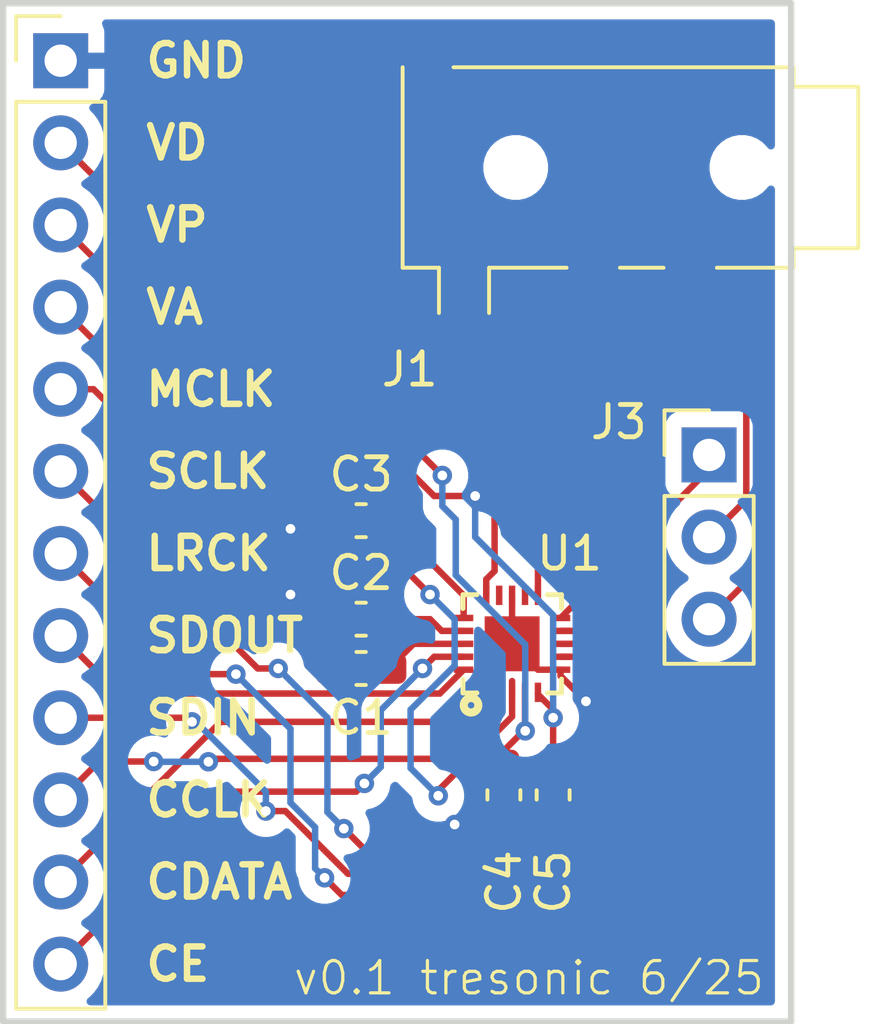
<source format=kicad_pcb>
(kicad_pcb (version 20241229) (generator "pcbnew") (generator_version "9.0")
  (layers (0 "F.Cu" signal) (2 "B.Cu" signal) (13 "F.Paste" user) (15 "B.Paste" user) (5 "F.SilkS" user "F.Silkscreen") (7 "B.SilkS" user "B.Silkscreen") (1 "F.Mask" user) (3 "B.Mask" user) (25 "Edge.Cuts" user))
  (net 0 "")
  (net 1 "Net-(U1-VMID)")
  (net 2 "GND")
  (net 3 "Net-(U1-VRP)")
  (net 4 "VP")
  (net 5 "VD")
  (net 6 "VA")
  (net 7 "/HPCOM")
  (net 8 "/Right")
  (net 9 "/Left")
  (net 11 "/CE")
  (net 12 "/CDATA")
  (net 13 "/SDIN")
  (net 14 "/MCLK")
  (net 15 "/SCLK")
  (net 16 "/SDOUT")
  (net 17 "/LRCK")
  (net 18 "/CCLK")
  (footprint "Capacitor_SMD:C_0603_1608Metric_Pad1.08x0.95mm_HandSolder" (layer "F.Cu") (at 34.4225 41.992)
    (property "Reference" "C2" (at 0 -1.43 0) (layer "F.SilkS"))
    (property "Value" "1u" (hide yes))
    (fp_line (start -0.146267 -0.51) (end 0.146267 -0.51) (stroke (width 0.12)) (layer "F.SilkS"))
    (fp_line (start -0.146267 0.51) (end 0.146267 0.51) (stroke (width 0.12)) (layer "F.SilkS"))
    (pad "1" smd roundrect (at -0.8625 0) (size 1.075 0.95) (layers "F.Cu" "F.Mask" "F.Paste") (net 2 "GND"))
    (pad "2" smd roundrect (at 0.8625 0) (size 1.075 0.95) (layers "F.Cu" "F.Mask" "F.Paste") (net 3 "Net-(U1-VRP)"))
  )
  (footprint "Capacitor_SMD:C_0603_1608Metric_Pad1.08x0.95mm_HandSolder" (layer "F.Cu") (at 40.365 47.4265 -90)
    (property "Reference" "C5" (at 2.6935 0 90) (layer "F.SilkS"))
    (property "Value" "100n")
    (fp_line (start -0.146267 0.51) (end 0.146267 0.51) (stroke (width 0.12)) (layer "F.SilkS"))
    (fp_line (start -0.146267 -0.51) (end 0.146267 -0.51) (stroke (width 0.12)) (layer "F.SilkS"))
    (pad "1" smd roundrect (at -0.8625 0 270) (size 1.075 0.95) (layers "F.Cu" "F.Mask" "F.Paste") (net 4 "VP"))
    (pad "2" smd roundrect (at 0.8625 0 270) (size 1.075 0.95) (layers "F.Cu" "F.Mask" "F.Paste") (net 2 "GND"))
  )
  (footprint "Connector_Audio:Jack_3.5mm_PJ320D_Horizontal" (layer "F.Cu") (at 41.432 28.022 180)
    (property "Reference" "J1" (at 5.505 -6.245 0) (layer "F.SilkS"))
    (property "Value" "Headphones")
    (fp_line (start 5.725 3.1) (end 5.725 -3.1) (stroke (width 0.12)) (layer "F.SilkS"))
    (fp_line (start 4.6 -3.1) (end 5.725 -3.1) (stroke (width 0.12)) (layer "F.SilkS"))
    (fp_line (start 4.6 -3.1) (end 4.6 -4.5) (stroke (width 0.12)) (layer "F.SilkS"))
    (fp_line (start 4.15 3.1) (end -6.375 3.1) (stroke (width 0.12)) (layer "F.SilkS"))
    (fp_line (start 3.05 -3.1) (end 3.05 -4.5) (stroke (width 0.12)) (layer "F.SilkS"))
    (fp_line (start 0.65 -3.1) (end 3.05 -3.1) (stroke (width 0.12)) (layer "F.SilkS"))
    (fp_line (start -2.35 -3.1) (end -1 -3.1) (stroke (width 0.12)) (layer "F.SilkS"))
    (fp_line (start -6.375 2.5) (end -6.375 3.1) (stroke (width 0.12)) (layer "F.SilkS"))
    (fp_line (start -6.375 2.5) (end -8.375 2.5) (stroke (width 0.12)) (layer "F.SilkS"))
    (fp_line (start -6.375 -2.5) (end -8.375 -2.5) (stroke (width 0.12)) (layer "F.SilkS"))
    (fp_line (start -6.375 -3.1) (end -4 -3.1) (stroke (width 0.12)) (layer "F.SilkS"))
    (fp_line (start -6.375 -3.1) (end -6.375 -2.5) (stroke (width 0.12)) (layer "F.SilkS"))
    (fp_line (start -8.375 -2.5) (end -8.375 2.5) (stroke (width 0.12)) (layer "F.SilkS"))
    (pad "" np_thru_hole circle (at -4.775 0 180) (size 1.5 1.5) (drill 1.5) (layers "*.Cu" "*.Mask"))
    (pad "" np_thru_hole circle (at 2.225 0 180) (size 1.5 1.5) (drill 1.5) (layers "*.Cu" "*.Mask"))
    (pad "R1" smd rect (at -0.175 -3.25 180) (size 1.2 2.5) (layers "F.Cu" "F.Mask" "F.Paste") (net 8 "/Right"))
    (pad "R2" smd rect (at -3.175 -3.25 180) (size 1.2 2.5) (layers "F.Cu" "F.Mask" "F.Paste") (net 7 "/HPCOM"))
    (pad "S" smd rect (at 4.925 3.25 180) (size 1.2 2.5) (layers "F.Cu" "F.Mask" "F.Paste"))
    (pad "T" smd rect (at 3.825 -3.25 180) (size 1.2 2.5) (layers "F.Cu" "F.Mask" "F.Paste") (net 9 "/Left"))
  )
  (footprint "Capacitor_SMD:C_0603_1608Metric_Pad1.08x0.95mm_HandSolder" (layer "F.Cu") (at 34.4225 43.516)
    (property "Reference" "C1" (at 0 1.524 0) (layer "F.SilkS"))
    (property "Value" "1u" (hide yes))
    (fp_line (start -0.146267 -0.51) (end 0.146267 -0.51) (stroke (width 0.12)) (layer "F.SilkS"))
    (fp_line (start -0.146267 0.51) (end 0.146267 0.51) (stroke (width 0.12)) (layer "F.SilkS"))
    (pad "1" smd roundrect (at -0.8625 0) (size 1.075 0.95) (layers "F.Cu" "F.Mask" "F.Paste") (net 2 "GND"))
    (pad "2" smd roundrect (at 0.8625 0) (size 1.075 0.95) (layers "F.Cu" "F.Mask" "F.Paste") (net 1 "Net-(U1-VMID)"))
  )
  (footprint "lcsc:QFN-20_L3.0-W3.0-P0.40-TL-EP1.7" (layer "F.Cu") (at 39.095 42.754 90)
    (property "Reference" "U1" (at 2.794 1.778 180) (layer "F.SilkS"))
    (property "Value" "ES8156")
    (fp_line (start 1.52 -1.52) (end 1.52 -1.09) (stroke (width 0.15)) (layer "F.SilkS"))
    (fp_line (start 1.09 -1.52) (end 1.52 -1.52) (stroke (width 0.15)) (layer "F.SilkS"))
    (fp_line (start -1.52 -1.52) (end -1.09 -1.52) (stroke (width 0.15)) (layer "F.SilkS"))
    (fp_line (start -1.52 -1.09) (end -1.52 -1.52) (stroke (width 0.15)) (layer "F.SilkS"))
    (fp_line (start -1.52 -1.09) (end -1.52 -1.14) (stroke (width 0.15)) (layer "F.SilkS"))
    (fp_line (start 1.52 1.09) (end 1.52 1.53) (stroke (width 0.15)) (layer "F.SilkS"))
    (fp_line (start 1.52 1.53) (end 1.09 1.53) (stroke (width 0.15)) (layer "F.SilkS"))
    (fp_line (start -1.09 1.53) (end -1.52 1.53) (stroke (width 0.15)) (layer "F.SilkS"))
    (fp_line (start -1.52 1.53) (end -1.52 1.09) (stroke (width 0.15)) (layer "F.SilkS"))
    (fp_circle (center -1.9 -1.27) (end -1.8 -1.27) (stroke (width 0.25)) (fill no) (layer "F.SilkS"))
    (pad "1" smd rect (at -1.5 -0.8 90) (size 0.6 0.2) (layers "F.Cu" "F.Mask" "F.Paste") (net 12 "/CDATA"))
    (pad "2" smd rect (at -1.5 -0.4 90) (size 0.6 0.2) (layers "F.Cu" "F.Mask" "F.Paste") (net 18 "/CCLK"))
    (pad "3" smd rect (at -1.5 0 90) (size 0.6 0.2) (layers "F.Cu" "F.Mask" "F.Paste") (net 14 "/MCLK"))
    (pad "4" smd rect (at -1.5 0.4 90) (size 0.6 0.2) (layers "F.Cu" "F.Mask" "F.Paste") (net 5 "VD"))
    (pad "5" smd rect (at -1.5 0.8 90) (size 0.6 0.2) (layers "F.Cu" "F.Mask" "F.Paste") (net 4 "VP"))
    (pad "6" smd rect (at -0.8 1.5 90) (size 0.2 0.6) (layers "F.Cu" "F.Mask" "F.Paste") (net 2 "GND"))
    (pad "7" smd rect (at -0.4 1.5 90) (size 0.2 0.6) (layers "F.Cu" "F.Mask" "F.Paste") (net 15 "/SCLK"))
    (pad "8" smd rect (at 0 1.5 90) (size 0.2 0.6) (layers "F.Cu" "F.Mask" "F.Paste") (net 13 "/SDIN"))
    (pad "9" smd rect (at 0.4 1.5 90) (size 0.2 0.6) (layers "F.Cu" "F.Mask" "F.Paste") (net 17 "/LRCK"))
    (pad "10" smd rect (at 0.8 1.5 90) (size 0.2 0.6) (layers "F.Cu" "F.Mask" "F.Paste") (net 7 "/HPCOM"))
    (pad "11" smd rect (at 1.5 0.8 90) (size 0.6 0.2) (layers "F.Cu" "F.Mask" "F.Paste") (net 8 "/Right"))
    (pad "12" smd rect (at 1.5 0.4 90) (size 0.6 0.2) (layers "F.Cu" "F.Mask" "F.Paste"))
    (pad "13" smd rect (at 1.5 0 90) (size 0.6 0.2) (layers "F.Cu" "F.Mask" "F.Paste") (net 2 "GND"))
    (pad "14" smd rect (at 1.5 -0.4 90) (size 0.6 0.2) (layers "F.Cu" "F.Mask" "F.Paste"))
    (pad "15" smd rect (at 1.5 -0.8 90) (size 0.6 0.2) (layers "F.Cu" "F.Mask" "F.Paste") (net 9 "/Left"))
    (pad "16" smd rect (at 0.8 -1.5 90) (size 0.2 0.6) (layers "F.Cu" "F.Mask" "F.Paste") (net 6 "VA"))
    (pad "17" smd rect (at 0.4 -1.5 90) (size 0.2 0.6) (layers "F.Cu" "F.Mask" "F.Paste") (net 3 "Net-(U1-VRP)"))
    (pad "18" smd rect (at 0 -1.5 90) (size 0.2 0.6) (layers "F.Cu" "F.Mask" "F.Paste") (net 1 "Net-(U1-VMID)"))
    (pad "19" smd rect (at -0.4 -1.5 90) (size 0.2 0.6) (layers "F.Cu" "F.Mask" "F.Paste") (net 11 "/CE"))
    (pad "20" smd rect (at -0.8 -1.5 90) (size 0.2 0.6) (layers "F.Cu" "F.Mask" "F.Paste") (net 16 "/SDOUT"))
    (pad "21" smd rect (at 0 0 270) (size 1.7 1.7) (layers "F.Cu" "F.Mask" "F.Paste") (net 2 "GND"))
  )
  (footprint "Capacitor_SMD:C_0603_1608Metric_Pad1.08x0.95mm_HandSolder" (layer "F.Cu") (at 38.841 47.4265 -90)
    (property "Reference" "C4" (at 2.6935 0 90) (layer "F.SilkS"))
    (property "Value" "1u" (hide yes))
    (fp_line (start -0.146267 0.51) (end 0.146267 0.51) (stroke (width 0.12)) (layer "F.SilkS"))
    (fp_line (start -0.146267 -0.51) (end 0.146267 -0.51) (stroke (width 0.12)) (layer "F.SilkS"))
    (pad "1" smd roundrect (at -0.8625 0 270) (size 1.075 0.95) (layers "F.Cu" "F.Mask" "F.Paste") (net 5 "VD"))
    (pad "2" smd roundrect (at 0.8625 0 270) (size 1.075 0.95) (layers "F.Cu" "F.Mask" "F.Paste") (net 2 "GND"))
  )
  (footprint "Capacitor_SMD:C_0603_1608Metric_Pad1.08x0.95mm_HandSolder" (layer "F.Cu") (at 34.4225 38.944)
    (property "Reference" "C3" (at 0 -1.43 0) (layer "F.SilkS"))
    (property "Value" "1u" (hide yes))
    (fp_line (start -0.146267 -0.51) (end 0.146267 -0.51) (stroke (width 0.12)) (layer "F.SilkS"))
    (fp_line (start -0.146267 0.51) (end 0.146267 0.51) (stroke (width 0.12)) (layer "F.SilkS"))
    (pad "1" smd roundrect (at -0.8625 0) (size 1.075 0.95) (layers "F.Cu" "F.Mask" "F.Paste") (net 2 "GND"))
    (pad "2" smd roundrect (at 0.8625 0) (size 1.075 0.95) (layers "F.Cu" "F.Mask" "F.Paste") (net 6 "VA"))
  )
  (footprint "Connector_PinHeader_2.54mm:PinHeader_1x12_P2.54mm_Vertical" (layer "F.Cu") (at 25.125 24.72)
    (property "Reference" "J2" (hide yes))
    (property "Value" "Conn_01x12" (hide yes))
    (fp_line (start -1.38 -1.38) (end 0 -1.38) (stroke (width 0.12)) (layer "F.SilkS"))
    (fp_line (start -1.38 0) (end -1.38 -1.38) (stroke (width 0.12)) (layer "F.SilkS"))
    (fp_line (start -1.38 1.27) (end -1.38 29.32) (stroke (width 0.12)) (layer "F.SilkS"))
    (fp_line (start -1.38 1.27) (end 1.38 1.27) (stroke (width 0.12)) (layer "F.SilkS"))
    (fp_line (start -1.38 29.32) (end 1.38 29.32) (stroke (width 0.12)) (layer "F.SilkS"))
    (fp_line (start 1.38 1.27) (end 1.38 29.32) (stroke (width 0.12)) (layer "F.SilkS"))
    (pad "1" thru_hole rect (at 0 0) (size 1.7 1.7) (drill 1) (layers "*.Cu" "*.Mask") (net 2 "GND"))
    (pad "2" thru_hole circle (at 0 2.54) (size 1.7 1.7) (drill 1) (layers "*.Cu" "*.Mask") (net 5 "VD"))
    (pad "3" thru_hole circle (at 0 5.08) (size 1.7 1.7) (drill 1) (layers "*.Cu" "*.Mask") (net 4 "VP"))
    (pad "4" thru_hole circle (at 0 7.62) (size 1.7 1.7) (drill 1) (layers "*.Cu" "*.Mask") (net 6 "VA"))
    (pad "5" thru_hole circle (at 0 10.16) (size 1.7 1.7) (drill 1) (layers "*.Cu" "*.Mask") (net 14 "/MCLK"))
    (pad "6" thru_hole circle (at 0 12.7) (size 1.7 1.7) (drill 1) (layers "*.Cu" "*.Mask") (net 15 "/SCLK"))
    (pad "7" thru_hole circle (at 0 15.24) (size 1.7 1.7) (drill 1) (layers "*.Cu" "*.Mask") (net 17 "/LRCK"))
    (pad "8" thru_hole circle (at 0 17.78) (size 1.7 1.7) (drill 1) (layers "*.Cu" "*.Mask") (net 16 "/SDOUT"))
    (pad "9" thru_hole circle (at 0 20.32) (size 1.7 1.7) (drill 1) (layers "*.Cu" "*.Mask") (net 13 "/SDIN"))
    (pad "10" thru_hole circle (at 0 22.86) (size 1.7 1.7) (drill 1) (layers "*.Cu" "*.Mask") (net 18 "/CCLK"))
    (pad "11" thru_hole circle (at 0 25.4) (size 1.7 1.7) (drill 1) (layers "*.Cu" "*.Mask") (net 12 "/CDATA"))
    (pad "12" thru_hole circle (at 0 27.94) (size 1.7 1.7) (drill 1) (layers "*.Cu" "*.Mask") (net 11 "/CE"))
  )
  (footprint "Connector_PinHeader_2.54mm:PinHeader_1x03_P2.54mm_Vertical" (layer "F.Cu") (at 45.191 36.912)
    (property "Reference" "J3" (at -2.794 -1.016 0) (layer "F.SilkS"))
    (property "Value" "Conn_01x03" (hide yes))
    (fp_line (start -1.38 -1.38) (end 0 -1.38) (stroke (width 0.12)) (layer "F.SilkS"))
    (fp_line (start -1.38 0) (end -1.38 -1.38) (stroke (width 0.12)) (layer "F.SilkS"))
    (fp_line (start -1.38 1.27) (end -1.38 6.46) (stroke (width 0.12)) (layer "F.SilkS"))
    (fp_line (start -1.38 1.27) (end 1.38 1.27) (stroke (width 0.12)) (layer "F.SilkS"))
    (fp_line (start -1.38 6.46) (end 1.38 6.46) (stroke (width 0.12)) (layer "F.SilkS"))
    (fp_line (start 1.38 1.27) (end 1.38 6.46) (stroke (width 0.12)) (layer "F.SilkS"))
    (pad "1" thru_hole rect (at 0 0) (size 1.7 1.7) (drill 1) (layers "*.Cu" "*.Mask") (net 7 "/HPCOM"))
    (pad "2" thru_hole circle (at 0 2.54) (size 1.7 1.7) (drill 1) (layers "*.Cu" "*.Mask") (net 8 "/Right"))
    (pad "3" thru_hole circle (at 0 5.08) (size 1.7 1.7) (drill 1) (layers "*.Cu" "*.Mask") (net 9 "/Left"))
  )
  (gr_rect (start 23.347 22.942) (end 47.731 54.438) (stroke (width 0.2)) (fill no) (layer "Edge.Cuts"))
  (gr_text "SDIN" (at 27.665 45.04 0) (layer "F.SilkS") (effects (font (size 1 1) (thickness 0.2) (bold yes)) (justify left)))
  (gr_text "LRCK" (at 27.665 39.96 0) (layer "F.SilkS") (effects (font (size 1 1) (thickness 0.2) (bold yes)) (justify left)))
  (gr_text "GND" (at 27.665 24.72 0) (layer "F.SilkS") (effects (font (size 1 1) (thickness 0.2) (bold yes)) (justify left)))
  (gr_text "VA" (at 27.665 32.34 0) (layer "F.SilkS") (effects (font (size 1 1) (thickness 0.2) (bold yes)) (justify left)))
  (gr_text "v0.1 tresonic 6/25" (at 46.969 53.676 0) (layer "F.SilkS") (effects (font (size 1 1) (thickness 0.1)) (justify right bottom)))
  (gr_text "VD" (at 27.665 27.26 0) (layer "F.SilkS") (effects (font (size 1 1) (thickness 0.2) (bold yes)) (justify left)))
  (gr_text "MCLK" (at 27.665 34.88 0) (layer "F.SilkS") (effects (font (size 1 1) (thickness 0.2) (bold yes)) (justify left)))
  (gr_text "CCLK" (at 27.665 47.58 0) (layer "F.SilkS") (effects (font (size 1 1) (thickness 0.2) (bold yes)) (justify left)))
  (gr_text "SDOUT" (at 27.665 42.5 0) (layer "F.SilkS") (effects (font (size 1 1) (thickness 0.2) (bold yes)) (justify left)))
  (gr_text "CE" (at 27.665 52.66 0) (layer "F.SilkS") (effects (font (size 1 1) (thickness 0.2) (bold yes)) (justify left)))
  (gr_text "CDATA" (at 27.665 50.12 0) (layer "F.SilkS") (effects (font (size 1 1) (thickness 0.2) (bold yes)) (justify left)))
  (gr_text "VP" (at 27.665 29.8 0) (layer "F.SilkS") (effects (font (size 1 1) (thickness 0.2) (bold yes)) (justify left)))
  (gr_text "SCLK" (at 27.665 37.42 0) (layer "F.SilkS") (effects (font (size 1 1) (thickness 0.2) (bold yes)) (justify left)))
  (segment (start 35.285 43.516) (end 36.047 42.754) (width 0.2) (layer "F.Cu") (net 1))
  (segment (start 36.047 42.754) (end 37.595 42.754) (width 0.2) (layer "F.Cu") (net 1))
  (segment (start 39.895 43.554) (end 39.095 42.754) (width 0.2) (layer "F.Cu") (net 2))
  (segment (start 33.56 41.992) (end 32.999 41.992) (width 0.2) (layer "F.Cu") (net 2))
  (segment (start 40.595 43.746) (end 41.381 44.532) (width 0.2) (layer "F.Cu") (net 2))
  (segment (start 40.595 43.554) (end 40.595 43.746) (width 0.2) (layer "F.Cu") (net 2))
  (segment (start 32.491 38.944) (end 32.237 39.198) (width 0.2) (layer "F.Cu") (net 2))
  (segment (start 40.595 43.554) (end 39.895 43.554) (width 0.2) (layer "F.Cu") (net 2))
  (segment (start 39.095 41.254) (end 39.095 42.754) (width 0.2) (layer "F.Cu") (net 2))
  (segment (start 40.365 48.289) (end 37.37 48.289) (width 0.2) (layer "F.Cu") (net 2))
  (segment (start 33.56 38.944) (end 32.491 38.944) (width 0.2) (layer "F.Cu") (net 2))
  (segment (start 32.999 41.992) (end 32.237 41.23) (width 0.2) (layer "F.Cu") (net 2))
  (segment (start 37.37 48.289) (end 37.317 48.342) (width 0.2) (layer "F.Cu") (net 2))
  (segment (start 33.56 41.992) (end 33.56 43.516) (width 0.2) (layer "F.Cu") (net 2))
  (via (at 37.317 48.342) (size 0.6) (drill 0.3) (layers "F.Cu" "B.Cu") (net 2))
  (via (at 32.237 41.23) (size 0.6) (drill 0.3) (layers "F.Cu" "B.Cu") (net 2))
  (via (at 41.381 44.532) (size 0.6) (drill 0.3) (layers "F.Cu" "B.Cu") (net 2))
  (via (at 32.237 39.198) (size 0.6) (drill 0.3) (layers "F.Cu" "B.Cu") (net 2))
  (segment (start 37.595 42.354) (end 36.917 42.354) (width 0.2) (layer "F.Cu") (net 3))
  (segment (start 36.917 42.354) (end 36.555 41.992) (width 0.2) (layer "F.Cu") (net 3))
  (segment (start 36.555 41.992) (end 35.285 41.992) (width 0.2) (layer "F.Cu") (net 3))
  (segment (start 32.364 37.039) (end 25.125 29.8) (width 0.2) (layer "F.Cu") (net 4))
  (segment (start 36.682 38.182) (end 35.539 37.039) (width 0.2) (layer "F.Cu") (net 4))
  (segment (start 39.895 44.316) (end 40.365 44.786) (width 0.2) (layer "F.Cu") (net 4))
  (segment (start 40.365 44.786) (end 40.365 45.04) (width 0.2) (layer "F.Cu") (net 4))
  (segment (start 37.952 38.182) (end 36.682 38.182) (width 0.2) (layer "F.Cu") (net 4))
  (segment (start 39.895 44.254) (end 39.895 44.316) (width 0.2) (layer "F.Cu") (net 4))
  (segment (start 35.539 37.039) (end 32.364 37.039) (width 0.2) (layer "F.Cu") (net 4))
  (segment (start 40.365 45.04) (end 40.365 46.564) (width 0.2) (layer "F.Cu") (net 4))
  (via (at 37.952 38.182) (size 0.6) (drill 0.3) (layers "F.Cu" "B.Cu") (net 4))
  (via (at 40.365 45.04) (size 0.6) (drill 0.3) (layers "F.Cu" "B.Cu") (net 4))
  (segment (start 37.952 39.452) (end 40.365 41.865) (width 0.2) (layer "B.Cu") (net 4))
  (segment (start 40.365 41.865) (end 40.365 45.04) (width 0.2) (layer "B.Cu") (net 4))
  (segment (start 37.952 38.182) (end 37.952 39.452) (width 0.2) (layer "B.Cu") (net 4))
  (segment (start 36.936 37.547) (end 35.539 36.15) (width 0.2) (layer "F.Cu") (net 5))
  (segment (start 38.841 46.056) (end 38.841 46.564) (width 0.2) (layer "F.Cu") (net 5))
  (segment (start 35.539 36.15) (end 34.015 36.15) (width 0.2) (layer "F.Cu") (net 5))
  (segment (start 39.476 45.421) (end 39.501448 45.446448) (width 0.2) (layer "F.Cu") (net 5))
  (segment (start 34.015 36.15) (end 25.125 27.26) (width 0.2) (layer "F.Cu") (net 5))
  (segment (start 39.476 45.421) (end 38.841 46.056) (width 0.2) (layer "F.Cu") (net 5))
  (segment (start 39.495 45.402) (end 39.476 45.421) (width 0.2) (layer "F.Cu") (net 5))
  (segment (start 39.495 44.254) (end 39.495 45.402) (width 0.2) (layer "F.Cu") (net 5))
  (via (at 39.501448 45.446448) (size 0.6) (drill 0.3) (layers "F.Cu" "B.Cu") (net 5))
  (via (at 36.936 37.547) (size 0.6) (drill 0.3) (layers "F.Cu" "B.Cu") (net 5))
  (segment (start 36.936 37.547) (end 36.936 38.495) (width 0.2) (layer "B.Cu") (net 5))
  (segment (start 37.351 38.91) (end 37.351 40.629) (width 0.2) (layer "B.Cu") (net 5))
  (segment (start 37.351 40.629) (end 39.501448 42.779448) (width 0.2) (layer "B.Cu") (net 5))
  (segment (start 39.501448 42.779448) (end 39.501448 45.446448) (width 0.2) (layer "B.Cu") (net 5))
  (segment (start 36.936 38.495) (end 37.351 38.91) (width 0.2) (layer "B.Cu") (net 5))
  (segment (start 25.125 32.34) (end 30.953 38.168) (width 0.2) (layer "F.Cu") (net 6))
  (segment (start 37.595 41.254) (end 35.285 38.944) (width 0.2) (layer "F.Cu") (net 6))
  (segment (start 37.595 41.954) (end 37.595 41.254) (width 0.2) (layer "F.Cu") (net 6))
  (segment (start 34.509 38.168) (end 35.285 38.944) (width 0.2) (layer "F.Cu") (net 6))
  (segment (start 30.953 38.168) (end 34.509 38.168) (width 0.2) (layer "F.Cu") (net 6))
  (segment (start 40.595 41.954) (end 42.651 39.898) (width 0.2) (layer "F.Cu") (net 7))
  (segment (start 42.651 33.228) (end 44.607 31.272) (width 0.2) (layer "F.Cu") (net 7))
  (segment (start 45.191 37.358) (end 45.191 36.912) (width 0.2) (layer "F.Cu") (net 7))
  (segment (start 42.651 39.898) (end 42.651 33.228) (width 0.2) (layer "F.Cu") (net 7))
  (segment (start 42.651 39.898) (end 45.191 37.358) (width 0.2) (layer "F.Cu") (net 7))
  (segment (start 43.158 29.721) (end 41.607 31.272) (width 0.2) (layer "F.Cu") (net 8))
  (segment (start 45.508 29.721) (end 43.158 29.721) (width 0.2) (layer "F.Cu") (net 8))
  (segment (start 45.191 39.452) (end 46.342 38.301) (width 0.2) (layer "F.Cu") (net 8))
  (segment (start 46.342 38.301) (end 46.342 30.555) (width 0.2) (layer "F.Cu") (net 8))
  (segment (start 46.342 30.555) (end 45.508 29.721) (width 0.2) (layer "F.Cu") (net 8))
  (segment (start 39.895 41.254) (end 39.895 32.984) (width 0.2) (layer "F.Cu") (net 8))
  (segment (start 39.895 32.984) (end 41.607 31.272) (width 0.2) (layer "F.Cu") (net 8))
  (segment (start 38.553 40.502) (end 38.553 32.218) (width 0.2) (layer "F.Cu") (net 9))
  (segment (start 45.191 41.992) (end 46.743 40.44) (width 0.2) (layer "F.Cu") (net 9))
  (segment (start 38.295 40.76) (end 38.553 40.502) (width 0.2) (layer "F.Cu") (net 9))
  (segment (start 46.743 40.44) (end 46.743 30.3889) (width 0.2) (layer "F.Cu") (net 9))
  (segment (start 46.743 30.3889) (end 45.6741 29.32) (width 0.2) (layer "F.Cu") (net 9))
  (segment (start 39.559 29.32) (end 37.607 31.272) (width 0.2) (layer "F.Cu") (net 9))
  (segment (start 38.553 32.218) (end 37.607 31.272) (width 0.2) (layer "F.Cu") (net 9))
  (segment (start 45.6741 29.32) (end 39.559 29.32) (width 0.2) (layer "F.Cu") (net 9))
  (segment (start 38.295 41.254) (end 38.295 40.76) (width 0.2) (layer "F.Cu") (net 9))
  (segment (start 34.269 47.326) (end 30.459 47.326) (width 0.2) (layer "F.Cu") (net 11))
  (segment (start 30.459 47.326) (end 25.125 52.66) (width 0.2) (layer "F.Cu") (net 11))
  (segment (start 34.523 47.072) (end 34.269 47.326) (width 0.2) (layer "F.Cu") (net 11))
  (segment (start 37.595 43.154) (end 36.6845 43.154) (width 0.2) (layer "F.Cu") (net 11))
  (segment (start 36.6845 43.154) (end 36.3225 43.516) (width 0.2) (layer "F.Cu") (net 11))
  (via (at 36.3225 43.516) (size 0.6) (drill 0.3) (layers "F.Cu" "B.Cu") (net 11))
  (via (at 34.523 47.072) (size 0.6) (drill 0.3) (layers "F.Cu" "B.Cu") (net 11))
  (segment (start 35.031 46.564) (end 35.031 44.8075) (width 0.2) (layer "B.Cu") (net 11))
  (segment (start 34.523 47.072) (end 35.031 46.564) (width 0.2) (layer "B.Cu") (net 11))
  (segment (start 35.031 44.8075) (end 36.3225 43.516) (width 0.2) (layer "B.Cu") (net 11))
  (segment (start 37.382 45.167) (end 30.078 45.167) (width 0.2) (layer "F.Cu") (net 12))
  (segment (start 38.295 44.254) (end 37.382 45.167) (width 0.2) (layer "F.Cu") (net 12))
  (segment (start 30.078 45.167) (end 25.125 50.12) (width 0.2) (layer "F.Cu") (net 12))
  (segment (start 25.125 45.04) (end 29.062 45.04) (width 0.2) (layer "F.Cu") (net 13))
  (segment (start 41.069687 49.866) (end 43.692183 47.243504) (width 0.2) (layer "F.Cu") (net 13))
  (segment (start 31.475 47.926) (end 32.075 47.926) (width 0.2) (layer "F.Cu") (net 13))
  (segment (start 43.692183 44.858511) (end 41.586672 42.753) (width 0.2) (layer "F.Cu") (net 13))
  (segment (start 41.195 42.754) (end 40.595 42.754) (width 0.2) (layer "F.Cu") (net 13))
  (segment (start 41.196 42.753) (end 41.195 42.754) (width 0.2) (layer "F.Cu") (net 13))
  (segment (start 34.015 49.866) (end 41.069687 49.866) (width 0.2) (layer "F.Cu") (net 13))
  (segment (start 32.075 47.926) (end 34.015 49.866) (width 0.2) (layer "F.Cu") (net 13))
  (segment (start 29.062 45.04) (end 29.189 45.167) (width 0.2) (layer "F.Cu") (net 13))
  (segment (start 41.586672 42.753) (end 41.196 42.753) (width 0.2) (layer "F.Cu") (net 13))
  (segment (start 43.692183 47.243504) (end 43.692183 44.858511) (width 0.2) (layer "F.Cu") (net 13))
  (via (at 29.189 45.167) (size 0.6) (drill 0.3) (layers "F.Cu" "B.Cu") (net 13))
  (via (at 31.475 47.926) (size 0.6) (drill 0.3) (layers "F.Cu" "B.Cu") (net 13))
  (segment (start 31.475 47.330057) (end 31.475 47.926) (width 0.2) (layer "B.Cu") (net 13))
  (segment (start 29.311943 45.167) (end 31.475 47.330057) (width 0.2) (layer "B.Cu") (net 13))
  (segment (start 29.189 45.167) (end 29.311943 45.167) (width 0.2) (layer "B.Cu") (net 13))
  (segment (start 25.125 34.88) (end 26.141 34.88) (width 0.2) (layer "F.Cu") (net 14))
  (segment (start 39.095 45.004366) (end 39.095 44.254) (width 0.2) (layer "F.Cu") (net 14))
  (segment (start 31.461 40.2) (end 35.525 40.2) (width 0.2) (layer "F.Cu") (net 14))
  (segment (start 26.141 34.88) (end 31.461 40.2) (width 0.2) (layer "F.Cu") (net 14))
  (segment (start 39.095 44.254) (end 39.095 43.905) (width 0.2) (layer "F.Cu") (net 14))
  (segment (start 36.809 47.290366) (end 39.095 45.004366) (width 0.2) (layer "F.Cu") (net 14))
  (segment (start 35.525 40.2) (end 36.555 41.23) (width 0.2) (layer "F.Cu") (net 14))
  (segment (start 36.809 47.453) (end 36.809 47.290366) (width 0.2) (layer "F.Cu") (net 14))
  (via (at 36.555 41.23) (size 0.6) (drill 0.3) (layers "F.Cu" "B.Cu") (net 14))
  (via (at 36.809 47.453) (size 0.6) (drill 0.3) (layers "F.Cu" "B.Cu") (net 14))
  (segment (start 35.954 46.598) (end 36.809 47.453) (width 0.2) (layer "B.Cu") (net 14))
  (segment (start 35.954 44.791057) (end 35.954 46.598) (width 0.2) (layer "B.Cu") (net 14))
  (segment (start 36.555 41.23) (end 37.317 41.992) (width 0.2) (layer "B.Cu") (net 14))
  (segment (start 37.317 41.992) (end 37.317 43.428057) (width 0.2) (layer "B.Cu") (net 14))
  (segment (start 37.317 43.428057) (end 35.954 44.791057) (width 0.2) (layer "B.Cu") (net 14))
  (segment (start 33.888 48.469) (end 34.5465 49.1275) (width 0.2) (layer "F.Cu") (net 15))
  (segment (start 34.5465 49.1275) (end 40.832134 49.1275) (width 0.2) (layer "F.Cu") (net 15))
  (segment (start 40.832134 49.1275) (end 43.032 46.927634) (width 0.2) (layer "F.Cu") (net 15))
  (segment (start 25.125 37.42) (end 31.221 43.516) (width 0.2) (layer "F.Cu") (net 15))
  (segment (start 43.032 46.927634) (end 43.032 45.04) (width 0.2) (layer "F.Cu") (net 15))
  (segment (start 43.032 45.04) (end 41.146 43.154) (width 0.2) (layer "F.Cu") (net 15))
  (segment (start 41.146 43.154) (end 40.595 43.154) (width 0.2) (layer "F.Cu") (net 15))
  (segment (start 31.221 43.516) (end 31.856 43.516) (width 0.2) (layer "F.Cu") (net 15))
  (via (at 31.856 43.516) (size 0.6) (drill 0.3) (layers "F.Cu" "B.Cu") (net 15))
  (via (at 33.888 48.469) (size 0.6) (drill 0.3) (layers "F.Cu" "B.Cu") (net 15))
  (segment (start 33.38 47.961) (end 33.38 45.04) (width 0.2) (layer "B.Cu") (net 15))
  (segment (start 33.38 45.04) (end 31.856 43.516) (width 0.2) (layer "B.Cu") (net 15))
  (segment (start 33.888 48.469) (end 33.38 47.961) (width 0.2) (layer "B.Cu") (net 15))
  (segment (start 36.857 44.292) (end 26.917 44.292) (width 0.2) (layer "F.Cu") (net 16))
  (segment (start 26.917 44.292) (end 25.125 42.5) (width 0.2) (layer "F.Cu") (net 16))
  (segment (start 37.595 43.554) (end 36.857 44.292) (width 0.2) (layer "F.Cu") (net 16))
  (segment (start 25.125 39.96) (end 28.857 43.692) (width 0.2) (layer "F.Cu") (net 17))
  (segment (start 41.174271 42.352) (end 42.27 42.352) (width 0.2) (layer "F.Cu") (net 17))
  (segment (start 42.27 42.378646) (end 42.27 42.373) (width 0.2) (layer "F.Cu") (net 17))
  (segment (start 33.82147 50.521) (end 41.5471 50.521) (width 0.2) (layer "F.Cu") (net 17))
  (segment (start 41.171458 42.349187) (end 41.174271 42.352) (width 0.2) (layer "F.Cu") (net 17))
  (segment (start 40.595 42.354) (end 41.166645 42.354) (width 0.2) (layer "F.Cu") (net 17))
  (segment (start 41.5471 50.521) (end 44.429 47.6391) (width 0.2) (layer "F.Cu") (net 17))
  (segment (start 44.429 44.537646) (end 42.27 42.378646) (width 0.2) (layer "F.Cu") (net 17))
  (segment (start 28.857 43.692) (end 30.548473 43.692) (width 0.2) (layer "F.Cu") (net 17))
  (segment (start 44.429 47.6391) (end 44.429 44.537646) (width 0.2) (layer "F.Cu") (net 17))
  (segment (start 41.166645 42.354) (end 41.171458 42.349187) (width 0.2) (layer "F.Cu") (net 17))
  (segment (start 33.290735 49.990265) (end 33.82147 50.521) (width 0.2) (layer "F.Cu") (net 17))
  (via (at 33.290735 49.990265) (size 0.6) (drill 0.3) (layers "F.Cu" "B.Cu") (net 17))
  (via (at 30.548473 43.692) (size 0.6) (drill 0.3) (layers "F.Cu" "B.Cu") (net 17))
  (segment (start 32.237 47.667943) (end 32.237 45.380527) (width 0.2) (layer "B.Cu") (net 17))
  (segment (start 33.290735 49.990265) (end 32.999 49.69853) (width 0.2) (layer "B.Cu") (net 17))
  (segment (start 32.999 48.429943) (end 32.237 47.667943) (width 0.2) (layer "B.Cu") (net 17))
  (segment (start 32.999 49.69853) (end 32.999 48.429943) (width 0.2) (layer "B.Cu") (net 17))
  (segment (start 32.237 45.380527) (end 30.548473 43.692) (width 0.2) (layer "B.Cu") (net 17))
  (segment (start 26.311265 46.393735) (end 25.125 47.58) (width 0.2) (layer "F.Cu") (net 18))
  (segment (start 38.695 44.678) (end 37.063 46.31) (width 0.2) (layer "F.Cu") (net 18))
  (segment (start 29.697 46.31) (end 29.697 46.402) (width 0.2) (layer "F.Cu") (net 18))
  (segment (start 28.002735 46.393735) (end 26.311265 46.393735) (width 0.2) (layer "F.Cu") (net 18))
  (segment (start 38.695 44.254) (end 38.695 44.678) (width 0.2) (layer "F.Cu") (net 18))
  (segment (start 37.063 46.31) (end 29.697 46.31) (width 0.2) (layer "F.Cu") (net 18))
  (via (at 28.002735 46.393735) (size 0.6) (drill 0.3) (layers "F.Cu" "B.Cu") (net 18))
  (via (at 29.697 46.402) (size 0.6) (drill 0.3) (layers "F.Cu" "B.Cu") (net 18))
  (segment (start 28.011 46.402) (end 28.002735 46.393735) (width 0.2) (layer "B.Cu") (net 18))
  (segment (start 29.697 46.402) (end 28.011 46.402) (width 0.2) (layer "B.Cu") (net 18))
  (zone (net 2) (net_name "GND") (layer "B.Cu") (connect_pads (clearance 0.5)) (min_thickness 0.25) (fill yes (thermal_gap 0.5) (thermal_bridge_width 0.5))
    (polygon (pts (xy 23.347 22.942) (xy 23.347 54.438) (xy 47.731 54.438) (xy 47.731 22.942)))
  )
)
</source>
